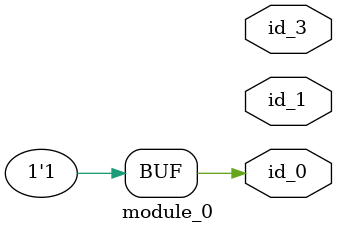
<source format=v>
module module_0 (
    output id_0
    , id_3,
    output id_1
);
  assign id_0 = 1;
endmodule

</source>
